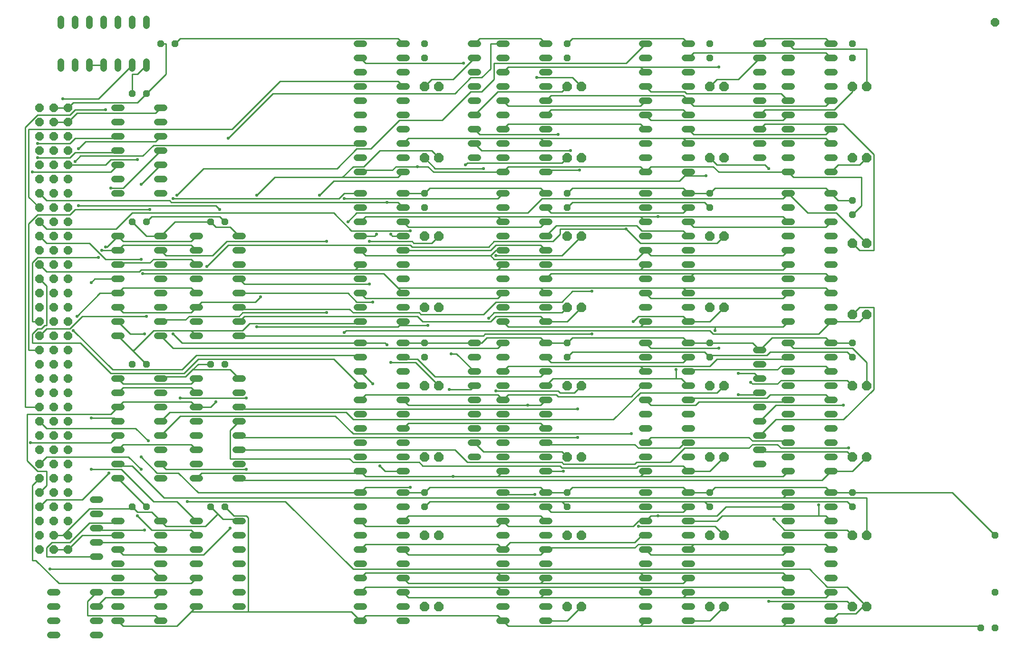
<source format=gbr>
G04 EAGLE Gerber RS-274X export*
G75*
%MOMM*%
%FSLAX34Y34*%
%LPD*%
%INBottom Copper*%
%IPPOS*%
%AMOC8*
5,1,8,0,0,1.08239X$1,22.5*%
G01*
%ADD10P,1.649562X8X202.500000*%
%ADD11P,1.319650X8X202.500000*%
%ADD12P,1.319650X8X112.500000*%
%ADD13C,1.219200*%
%ADD14P,1.319650X8X292.500000*%
%ADD15P,1.319650X8X22.500000*%
%ADD16P,1.649562X8X22.500000*%
%ADD17P,1.814519X8X22.500000*%
%ADD18C,0.254000*%
%ADD19C,0.558800*%


D10*
X50800Y177800D03*
X50800Y203200D03*
X50800Y228600D03*
X50800Y254000D03*
X50800Y279400D03*
X50800Y304800D03*
X50800Y330200D03*
X50800Y355600D03*
X50800Y381000D03*
X50800Y406400D03*
X50800Y431800D03*
X50800Y457200D03*
X50800Y482600D03*
X50800Y508000D03*
X50800Y533400D03*
X50800Y558800D03*
X76200Y177800D03*
X76200Y203200D03*
X76200Y228600D03*
X76200Y254000D03*
X76200Y279400D03*
X76200Y304800D03*
X76200Y330200D03*
X76200Y355600D03*
X76200Y381000D03*
X76200Y406400D03*
X76200Y431800D03*
X76200Y457200D03*
X76200Y482600D03*
X76200Y508000D03*
X76200Y533400D03*
X76200Y558800D03*
X101600Y177800D03*
X101600Y203200D03*
X101600Y228600D03*
X101600Y254000D03*
X101600Y279400D03*
X101600Y304800D03*
X101600Y330200D03*
X101600Y355600D03*
X101600Y381000D03*
X101600Y406400D03*
X101600Y431800D03*
X101600Y457200D03*
X101600Y482600D03*
X101600Y508000D03*
X101600Y533400D03*
X101600Y558800D03*
X50800Y584200D03*
X50800Y609600D03*
X50800Y635000D03*
X50800Y660400D03*
X50800Y685800D03*
X50800Y711200D03*
X50800Y736600D03*
X50800Y762000D03*
X50800Y787400D03*
X50800Y812800D03*
X50800Y838200D03*
X50800Y863600D03*
X50800Y889000D03*
X50800Y914400D03*
X50800Y939800D03*
X50800Y965200D03*
X76200Y584200D03*
X76200Y609600D03*
X76200Y635000D03*
X76200Y660400D03*
X76200Y685800D03*
X76200Y711200D03*
X76200Y736600D03*
X76200Y762000D03*
X76200Y787400D03*
X76200Y812800D03*
X76200Y838200D03*
X76200Y863600D03*
X76200Y889000D03*
X76200Y914400D03*
X76200Y939800D03*
X76200Y965200D03*
X101600Y584200D03*
X101600Y609600D03*
X101600Y635000D03*
X101600Y660400D03*
X101600Y685800D03*
X101600Y711200D03*
X101600Y736600D03*
X101600Y762000D03*
X101600Y787400D03*
X101600Y812800D03*
X101600Y838200D03*
X101600Y863600D03*
X101600Y889000D03*
X101600Y914400D03*
X101600Y939800D03*
X101600Y965200D03*
D11*
X1752600Y38100D03*
X1727200Y38100D03*
D12*
X1752600Y101600D03*
X1752600Y203200D03*
D13*
X196596Y965200D02*
X184404Y965200D01*
X184404Y939800D02*
X196596Y939800D01*
X196596Y812800D02*
X184404Y812800D01*
X260604Y812800D02*
X272796Y812800D01*
X196596Y914400D02*
X184404Y914400D01*
X184404Y889000D02*
X196596Y889000D01*
X196596Y838200D02*
X184404Y838200D01*
X184404Y863600D02*
X196596Y863600D01*
X260604Y838200D02*
X272796Y838200D01*
X272796Y863600D02*
X260604Y863600D01*
X260604Y889000D02*
X272796Y889000D01*
X272796Y914400D02*
X260604Y914400D01*
X260604Y939800D02*
X272796Y939800D01*
X272796Y965200D02*
X260604Y965200D01*
X196596Y736600D02*
X184404Y736600D01*
X184404Y711200D02*
X196596Y711200D01*
X196596Y584200D02*
X184404Y584200D01*
X184404Y558800D02*
X196596Y558800D01*
X196596Y685800D02*
X184404Y685800D01*
X184404Y660400D02*
X196596Y660400D01*
X196596Y609600D02*
X184404Y609600D01*
X184404Y635000D02*
X196596Y635000D01*
X260604Y558800D02*
X272796Y558800D01*
X272796Y584200D02*
X260604Y584200D01*
X260604Y609600D02*
X272796Y609600D01*
X272796Y635000D02*
X260604Y635000D01*
X260604Y660400D02*
X272796Y660400D01*
X272796Y685800D02*
X260604Y685800D01*
X260604Y711200D02*
X272796Y711200D01*
X272796Y736600D02*
X260604Y736600D01*
X196596Y482600D02*
X184404Y482600D01*
X184404Y457200D02*
X196596Y457200D01*
X196596Y330200D02*
X184404Y330200D01*
X184404Y304800D02*
X196596Y304800D01*
X196596Y431800D02*
X184404Y431800D01*
X184404Y406400D02*
X196596Y406400D01*
X196596Y355600D02*
X184404Y355600D01*
X184404Y381000D02*
X196596Y381000D01*
X260604Y304800D02*
X272796Y304800D01*
X272796Y330200D02*
X260604Y330200D01*
X260604Y355600D02*
X272796Y355600D01*
X272796Y381000D02*
X260604Y381000D01*
X260604Y406400D02*
X272796Y406400D01*
X272796Y431800D02*
X260604Y431800D01*
X260604Y457200D02*
X272796Y457200D01*
X272796Y482600D02*
X260604Y482600D01*
D14*
X736600Y1079500D03*
X736600Y1054100D03*
X736600Y812800D03*
X736600Y787400D03*
X736600Y546100D03*
X736600Y520700D03*
X736600Y279400D03*
X736600Y254000D03*
X990600Y1079500D03*
X990600Y1054100D03*
X990600Y812800D03*
X990600Y787400D03*
X990600Y546100D03*
X990600Y520700D03*
X990600Y279400D03*
X990600Y254000D03*
X1244600Y1079500D03*
X1244600Y1054100D03*
X1244600Y812800D03*
X1244600Y787400D03*
X1244600Y546100D03*
X1244600Y520700D03*
X1244600Y279400D03*
X1244600Y254000D03*
X1498600Y1079500D03*
X1498600Y1054100D03*
X1498600Y800100D03*
X1498600Y774700D03*
X1498600Y546100D03*
X1498600Y520700D03*
X1498600Y279400D03*
X1498600Y254000D03*
D15*
X215900Y990600D03*
X241300Y990600D03*
X215900Y762000D03*
X241300Y762000D03*
X215900Y508000D03*
X241300Y508000D03*
X215900Y254000D03*
X241300Y254000D03*
D13*
X196596Y228600D02*
X184404Y228600D01*
X184404Y203200D02*
X196596Y203200D01*
X196596Y76200D02*
X184404Y76200D01*
X184404Y50800D02*
X196596Y50800D01*
X196596Y177800D02*
X184404Y177800D01*
X184404Y152400D02*
X196596Y152400D01*
X196596Y101600D02*
X184404Y101600D01*
X184404Y127000D02*
X196596Y127000D01*
X260604Y50800D02*
X272796Y50800D01*
X272796Y76200D02*
X260604Y76200D01*
X260604Y101600D02*
X272796Y101600D01*
X272796Y127000D02*
X260604Y127000D01*
X260604Y152400D02*
X272796Y152400D01*
X272796Y177800D02*
X260604Y177800D01*
X260604Y203200D02*
X272796Y203200D01*
X272796Y228600D02*
X260604Y228600D01*
X241300Y1111504D02*
X241300Y1123696D01*
X215900Y1123696D02*
X215900Y1111504D01*
X88900Y1111504D02*
X88900Y1123696D01*
X88900Y1047496D02*
X88900Y1035304D01*
X190500Y1111504D02*
X190500Y1123696D01*
X165100Y1123696D02*
X165100Y1111504D01*
X114300Y1111504D02*
X114300Y1123696D01*
X139700Y1123696D02*
X139700Y1111504D01*
X114300Y1047496D02*
X114300Y1035304D01*
X139700Y1035304D02*
X139700Y1047496D01*
X165100Y1047496D02*
X165100Y1035304D01*
X190500Y1035304D02*
X190500Y1047496D01*
X215900Y1047496D02*
X215900Y1035304D01*
X241300Y1035304D02*
X241300Y1047496D01*
X82296Y101600D02*
X70104Y101600D01*
X70104Y76200D02*
X82296Y76200D01*
X146304Y76200D02*
X158496Y76200D01*
X158496Y101600D02*
X146304Y101600D01*
X82296Y50800D02*
X70104Y50800D01*
X70104Y25400D02*
X82296Y25400D01*
X146304Y50800D02*
X158496Y50800D01*
X158496Y25400D02*
X146304Y25400D01*
D11*
X292100Y1079500D03*
X266700Y1079500D03*
D13*
X158496Y266700D02*
X146304Y266700D01*
X146304Y241300D02*
X158496Y241300D01*
X158496Y215900D02*
X146304Y215900D01*
X146304Y190500D02*
X158496Y190500D01*
X158496Y165100D02*
X146304Y165100D01*
D16*
X1752600Y1117600D03*
D13*
X628396Y1079500D02*
X616204Y1079500D01*
X616204Y1054100D02*
X628396Y1054100D01*
X628396Y927100D02*
X616204Y927100D01*
X616204Y901700D02*
X628396Y901700D01*
X628396Y1028700D02*
X616204Y1028700D01*
X616204Y1003300D02*
X628396Y1003300D01*
X628396Y952500D02*
X616204Y952500D01*
X616204Y977900D02*
X628396Y977900D01*
X628396Y876300D02*
X616204Y876300D01*
X616204Y850900D02*
X628396Y850900D01*
X692404Y850900D02*
X704596Y850900D01*
X704596Y876300D02*
X692404Y876300D01*
X692404Y901700D02*
X704596Y901700D01*
X704596Y927100D02*
X692404Y927100D01*
X692404Y952500D02*
X704596Y952500D01*
X704596Y977900D02*
X692404Y977900D01*
X692404Y1003300D02*
X704596Y1003300D01*
X704596Y1028700D02*
X692404Y1028700D01*
X692404Y1054100D02*
X704596Y1054100D01*
X704596Y1079500D02*
X692404Y1079500D01*
X336296Y736600D02*
X324104Y736600D01*
X324104Y711200D02*
X336296Y711200D01*
X336296Y584200D02*
X324104Y584200D01*
X324104Y558800D02*
X336296Y558800D01*
X336296Y685800D02*
X324104Y685800D01*
X324104Y660400D02*
X336296Y660400D01*
X336296Y609600D02*
X324104Y609600D01*
X324104Y635000D02*
X336296Y635000D01*
X400304Y558800D02*
X412496Y558800D01*
X412496Y584200D02*
X400304Y584200D01*
X400304Y609600D02*
X412496Y609600D01*
X412496Y635000D02*
X400304Y635000D01*
X400304Y660400D02*
X412496Y660400D01*
X412496Y685800D02*
X400304Y685800D01*
X400304Y711200D02*
X412496Y711200D01*
X412496Y736600D02*
X400304Y736600D01*
X336296Y482600D02*
X324104Y482600D01*
X324104Y457200D02*
X336296Y457200D01*
X336296Y330200D02*
X324104Y330200D01*
X324104Y304800D02*
X336296Y304800D01*
X336296Y431800D02*
X324104Y431800D01*
X324104Y406400D02*
X336296Y406400D01*
X336296Y355600D02*
X324104Y355600D01*
X324104Y381000D02*
X336296Y381000D01*
X400304Y304800D02*
X412496Y304800D01*
X412496Y330200D02*
X400304Y330200D01*
X400304Y355600D02*
X412496Y355600D01*
X412496Y381000D02*
X400304Y381000D01*
X400304Y406400D02*
X412496Y406400D01*
X412496Y431800D02*
X400304Y431800D01*
X400304Y457200D02*
X412496Y457200D01*
X412496Y482600D02*
X400304Y482600D01*
X336296Y228600D02*
X324104Y228600D01*
X324104Y203200D02*
X336296Y203200D01*
X336296Y76200D02*
X324104Y76200D01*
X400304Y76200D02*
X412496Y76200D01*
X336296Y177800D02*
X324104Y177800D01*
X324104Y152400D02*
X336296Y152400D01*
X336296Y101600D02*
X324104Y101600D01*
X324104Y127000D02*
X336296Y127000D01*
X400304Y101600D02*
X412496Y101600D01*
X412496Y127000D02*
X400304Y127000D01*
X400304Y152400D02*
X412496Y152400D01*
X412496Y177800D02*
X400304Y177800D01*
X400304Y203200D02*
X412496Y203200D01*
X412496Y228600D02*
X400304Y228600D01*
X616204Y812800D02*
X628396Y812800D01*
X628396Y787400D02*
X616204Y787400D01*
X616204Y660400D02*
X628396Y660400D01*
X628396Y635000D02*
X616204Y635000D01*
X616204Y762000D02*
X628396Y762000D01*
X628396Y736600D02*
X616204Y736600D01*
X616204Y685800D02*
X628396Y685800D01*
X628396Y711200D02*
X616204Y711200D01*
X616204Y609600D02*
X628396Y609600D01*
X628396Y584200D02*
X616204Y584200D01*
X692404Y584200D02*
X704596Y584200D01*
X704596Y609600D02*
X692404Y609600D01*
X692404Y635000D02*
X704596Y635000D01*
X704596Y660400D02*
X692404Y660400D01*
X692404Y685800D02*
X704596Y685800D01*
X704596Y711200D02*
X692404Y711200D01*
X692404Y736600D02*
X704596Y736600D01*
X704596Y762000D02*
X692404Y762000D01*
X692404Y787400D02*
X704596Y787400D01*
X704596Y812800D02*
X692404Y812800D01*
X628396Y546100D02*
X616204Y546100D01*
X616204Y520700D02*
X628396Y520700D01*
X628396Y393700D02*
X616204Y393700D01*
X616204Y368300D02*
X628396Y368300D01*
X628396Y495300D02*
X616204Y495300D01*
X616204Y469900D02*
X628396Y469900D01*
X628396Y419100D02*
X616204Y419100D01*
X616204Y444500D02*
X628396Y444500D01*
X628396Y342900D02*
X616204Y342900D01*
X616204Y317500D02*
X628396Y317500D01*
X692404Y317500D02*
X704596Y317500D01*
X704596Y342900D02*
X692404Y342900D01*
X692404Y368300D02*
X704596Y368300D01*
X704596Y393700D02*
X692404Y393700D01*
X692404Y419100D02*
X704596Y419100D01*
X704596Y444500D02*
X692404Y444500D01*
X692404Y469900D02*
X704596Y469900D01*
X704596Y495300D02*
X692404Y495300D01*
X692404Y520700D02*
X704596Y520700D01*
X704596Y546100D02*
X692404Y546100D01*
X628396Y279400D02*
X616204Y279400D01*
X616204Y254000D02*
X628396Y254000D01*
X628396Y127000D02*
X616204Y127000D01*
X616204Y101600D02*
X628396Y101600D01*
X628396Y228600D02*
X616204Y228600D01*
X616204Y203200D02*
X628396Y203200D01*
X628396Y152400D02*
X616204Y152400D01*
X616204Y177800D02*
X628396Y177800D01*
X628396Y76200D02*
X616204Y76200D01*
X616204Y50800D02*
X628396Y50800D01*
X692404Y50800D02*
X704596Y50800D01*
X704596Y76200D02*
X692404Y76200D01*
X692404Y101600D02*
X704596Y101600D01*
X704596Y127000D02*
X692404Y127000D01*
X692404Y152400D02*
X704596Y152400D01*
X704596Y177800D02*
X692404Y177800D01*
X692404Y203200D02*
X704596Y203200D01*
X704596Y228600D02*
X692404Y228600D01*
X692404Y254000D02*
X704596Y254000D01*
X704596Y279400D02*
X692404Y279400D01*
X870204Y1079500D02*
X882396Y1079500D01*
X882396Y1054100D02*
X870204Y1054100D01*
X870204Y927100D02*
X882396Y927100D01*
X882396Y901700D02*
X870204Y901700D01*
X870204Y1028700D02*
X882396Y1028700D01*
X882396Y1003300D02*
X870204Y1003300D01*
X870204Y952500D02*
X882396Y952500D01*
X882396Y977900D02*
X870204Y977900D01*
X870204Y876300D02*
X882396Y876300D01*
X882396Y850900D02*
X870204Y850900D01*
X946404Y850900D02*
X958596Y850900D01*
X958596Y876300D02*
X946404Y876300D01*
X946404Y901700D02*
X958596Y901700D01*
X958596Y927100D02*
X946404Y927100D01*
X946404Y952500D02*
X958596Y952500D01*
X958596Y977900D02*
X946404Y977900D01*
X946404Y1003300D02*
X958596Y1003300D01*
X958596Y1028700D02*
X946404Y1028700D01*
X946404Y1054100D02*
X958596Y1054100D01*
X958596Y1079500D02*
X946404Y1079500D01*
X882396Y812800D02*
X870204Y812800D01*
X870204Y787400D02*
X882396Y787400D01*
X882396Y660400D02*
X870204Y660400D01*
X870204Y635000D02*
X882396Y635000D01*
X882396Y762000D02*
X870204Y762000D01*
X870204Y736600D02*
X882396Y736600D01*
X882396Y685800D02*
X870204Y685800D01*
X870204Y711200D02*
X882396Y711200D01*
X882396Y609600D02*
X870204Y609600D01*
X870204Y584200D02*
X882396Y584200D01*
X946404Y584200D02*
X958596Y584200D01*
X958596Y609600D02*
X946404Y609600D01*
X946404Y635000D02*
X958596Y635000D01*
X958596Y660400D02*
X946404Y660400D01*
X946404Y685800D02*
X958596Y685800D01*
X958596Y711200D02*
X946404Y711200D01*
X946404Y736600D02*
X958596Y736600D01*
X958596Y762000D02*
X946404Y762000D01*
X946404Y787400D02*
X958596Y787400D01*
X958596Y812800D02*
X946404Y812800D01*
X882396Y546100D02*
X870204Y546100D01*
X870204Y520700D02*
X882396Y520700D01*
X882396Y393700D02*
X870204Y393700D01*
X870204Y368300D02*
X882396Y368300D01*
X882396Y495300D02*
X870204Y495300D01*
X870204Y469900D02*
X882396Y469900D01*
X882396Y419100D02*
X870204Y419100D01*
X870204Y444500D02*
X882396Y444500D01*
X882396Y342900D02*
X870204Y342900D01*
X870204Y317500D02*
X882396Y317500D01*
X946404Y317500D02*
X958596Y317500D01*
X958596Y342900D02*
X946404Y342900D01*
X946404Y368300D02*
X958596Y368300D01*
X958596Y393700D02*
X946404Y393700D01*
X946404Y419100D02*
X958596Y419100D01*
X958596Y444500D02*
X946404Y444500D01*
X946404Y469900D02*
X958596Y469900D01*
X958596Y495300D02*
X946404Y495300D01*
X946404Y520700D02*
X958596Y520700D01*
X958596Y546100D02*
X946404Y546100D01*
X882396Y279400D02*
X870204Y279400D01*
X870204Y254000D02*
X882396Y254000D01*
X882396Y127000D02*
X870204Y127000D01*
X870204Y101600D02*
X882396Y101600D01*
X882396Y228600D02*
X870204Y228600D01*
X870204Y203200D02*
X882396Y203200D01*
X882396Y152400D02*
X870204Y152400D01*
X870204Y177800D02*
X882396Y177800D01*
X882396Y76200D02*
X870204Y76200D01*
X870204Y50800D02*
X882396Y50800D01*
X946404Y50800D02*
X958596Y50800D01*
X958596Y76200D02*
X946404Y76200D01*
X946404Y101600D02*
X958596Y101600D01*
X958596Y127000D02*
X946404Y127000D01*
X946404Y152400D02*
X958596Y152400D01*
X958596Y177800D02*
X946404Y177800D01*
X946404Y203200D02*
X958596Y203200D01*
X958596Y228600D02*
X946404Y228600D01*
X946404Y254000D02*
X958596Y254000D01*
X958596Y279400D02*
X946404Y279400D01*
X1124204Y1079500D02*
X1136396Y1079500D01*
X1136396Y1054100D02*
X1124204Y1054100D01*
X1124204Y927100D02*
X1136396Y927100D01*
X1136396Y901700D02*
X1124204Y901700D01*
X1124204Y1028700D02*
X1136396Y1028700D01*
X1136396Y1003300D02*
X1124204Y1003300D01*
X1124204Y952500D02*
X1136396Y952500D01*
X1136396Y977900D02*
X1124204Y977900D01*
X1124204Y876300D02*
X1136396Y876300D01*
X1136396Y850900D02*
X1124204Y850900D01*
X1200404Y850900D02*
X1212596Y850900D01*
X1212596Y876300D02*
X1200404Y876300D01*
X1200404Y901700D02*
X1212596Y901700D01*
X1212596Y927100D02*
X1200404Y927100D01*
X1200404Y952500D02*
X1212596Y952500D01*
X1212596Y977900D02*
X1200404Y977900D01*
X1200404Y1003300D02*
X1212596Y1003300D01*
X1212596Y1028700D02*
X1200404Y1028700D01*
X1200404Y1054100D02*
X1212596Y1054100D01*
X1212596Y1079500D02*
X1200404Y1079500D01*
X1136396Y812800D02*
X1124204Y812800D01*
X1124204Y787400D02*
X1136396Y787400D01*
X1136396Y660400D02*
X1124204Y660400D01*
X1124204Y635000D02*
X1136396Y635000D01*
X1136396Y762000D02*
X1124204Y762000D01*
X1124204Y736600D02*
X1136396Y736600D01*
X1136396Y685800D02*
X1124204Y685800D01*
X1124204Y711200D02*
X1136396Y711200D01*
X1136396Y609600D02*
X1124204Y609600D01*
X1124204Y584200D02*
X1136396Y584200D01*
X1200404Y584200D02*
X1212596Y584200D01*
X1212596Y609600D02*
X1200404Y609600D01*
X1200404Y635000D02*
X1212596Y635000D01*
X1212596Y660400D02*
X1200404Y660400D01*
X1200404Y685800D02*
X1212596Y685800D01*
X1212596Y711200D02*
X1200404Y711200D01*
X1200404Y736600D02*
X1212596Y736600D01*
X1212596Y762000D02*
X1200404Y762000D01*
X1200404Y787400D02*
X1212596Y787400D01*
X1212596Y812800D02*
X1200404Y812800D01*
X1136396Y546100D02*
X1124204Y546100D01*
X1124204Y520700D02*
X1136396Y520700D01*
X1136396Y393700D02*
X1124204Y393700D01*
X1124204Y368300D02*
X1136396Y368300D01*
X1136396Y495300D02*
X1124204Y495300D01*
X1124204Y469900D02*
X1136396Y469900D01*
X1136396Y419100D02*
X1124204Y419100D01*
X1124204Y444500D02*
X1136396Y444500D01*
X1136396Y342900D02*
X1124204Y342900D01*
X1124204Y317500D02*
X1136396Y317500D01*
X1200404Y317500D02*
X1212596Y317500D01*
X1212596Y342900D02*
X1200404Y342900D01*
X1200404Y368300D02*
X1212596Y368300D01*
X1212596Y393700D02*
X1200404Y393700D01*
X1200404Y419100D02*
X1212596Y419100D01*
X1212596Y444500D02*
X1200404Y444500D01*
X1200404Y469900D02*
X1212596Y469900D01*
X1212596Y495300D02*
X1200404Y495300D01*
X1200404Y520700D02*
X1212596Y520700D01*
X1212596Y546100D02*
X1200404Y546100D01*
X1136396Y279400D02*
X1124204Y279400D01*
X1124204Y254000D02*
X1136396Y254000D01*
X1136396Y127000D02*
X1124204Y127000D01*
X1124204Y101600D02*
X1136396Y101600D01*
X1136396Y228600D02*
X1124204Y228600D01*
X1124204Y203200D02*
X1136396Y203200D01*
X1136396Y152400D02*
X1124204Y152400D01*
X1124204Y177800D02*
X1136396Y177800D01*
X1136396Y76200D02*
X1124204Y76200D01*
X1124204Y50800D02*
X1136396Y50800D01*
X1200404Y50800D02*
X1212596Y50800D01*
X1212596Y76200D02*
X1200404Y76200D01*
X1200404Y101600D02*
X1212596Y101600D01*
X1212596Y127000D02*
X1200404Y127000D01*
X1200404Y152400D02*
X1212596Y152400D01*
X1212596Y177800D02*
X1200404Y177800D01*
X1200404Y203200D02*
X1212596Y203200D01*
X1212596Y228600D02*
X1200404Y228600D01*
X1200404Y254000D02*
X1212596Y254000D01*
X1212596Y279400D02*
X1200404Y279400D01*
X1378204Y1079500D02*
X1390396Y1079500D01*
X1390396Y1054100D02*
X1378204Y1054100D01*
X1378204Y927100D02*
X1390396Y927100D01*
X1390396Y901700D02*
X1378204Y901700D01*
X1378204Y1028700D02*
X1390396Y1028700D01*
X1390396Y1003300D02*
X1378204Y1003300D01*
X1378204Y952500D02*
X1390396Y952500D01*
X1390396Y977900D02*
X1378204Y977900D01*
X1378204Y876300D02*
X1390396Y876300D01*
X1390396Y850900D02*
X1378204Y850900D01*
X1454404Y850900D02*
X1466596Y850900D01*
X1466596Y876300D02*
X1454404Y876300D01*
X1454404Y901700D02*
X1466596Y901700D01*
X1466596Y927100D02*
X1454404Y927100D01*
X1454404Y952500D02*
X1466596Y952500D01*
X1466596Y977900D02*
X1454404Y977900D01*
X1454404Y1003300D02*
X1466596Y1003300D01*
X1466596Y1028700D02*
X1454404Y1028700D01*
X1454404Y1054100D02*
X1466596Y1054100D01*
X1466596Y1079500D02*
X1454404Y1079500D01*
X1390396Y812800D02*
X1378204Y812800D01*
X1378204Y787400D02*
X1390396Y787400D01*
X1390396Y660400D02*
X1378204Y660400D01*
X1378204Y635000D02*
X1390396Y635000D01*
X1390396Y762000D02*
X1378204Y762000D01*
X1378204Y736600D02*
X1390396Y736600D01*
X1390396Y685800D02*
X1378204Y685800D01*
X1378204Y711200D02*
X1390396Y711200D01*
X1390396Y609600D02*
X1378204Y609600D01*
X1378204Y584200D02*
X1390396Y584200D01*
X1454404Y584200D02*
X1466596Y584200D01*
X1466596Y609600D02*
X1454404Y609600D01*
X1454404Y635000D02*
X1466596Y635000D01*
X1466596Y660400D02*
X1454404Y660400D01*
X1454404Y685800D02*
X1466596Y685800D01*
X1466596Y711200D02*
X1454404Y711200D01*
X1454404Y736600D02*
X1466596Y736600D01*
X1466596Y762000D02*
X1454404Y762000D01*
X1454404Y787400D02*
X1466596Y787400D01*
X1466596Y812800D02*
X1454404Y812800D01*
X1390396Y546100D02*
X1378204Y546100D01*
X1378204Y520700D02*
X1390396Y520700D01*
X1390396Y393700D02*
X1378204Y393700D01*
X1378204Y368300D02*
X1390396Y368300D01*
X1390396Y495300D02*
X1378204Y495300D01*
X1378204Y469900D02*
X1390396Y469900D01*
X1390396Y419100D02*
X1378204Y419100D01*
X1378204Y444500D02*
X1390396Y444500D01*
X1390396Y342900D02*
X1378204Y342900D01*
X1378204Y317500D02*
X1390396Y317500D01*
X1454404Y317500D02*
X1466596Y317500D01*
X1466596Y342900D02*
X1454404Y342900D01*
X1454404Y368300D02*
X1466596Y368300D01*
X1466596Y393700D02*
X1454404Y393700D01*
X1454404Y419100D02*
X1466596Y419100D01*
X1466596Y444500D02*
X1454404Y444500D01*
X1454404Y469900D02*
X1466596Y469900D01*
X1466596Y495300D02*
X1454404Y495300D01*
X1454404Y520700D02*
X1466596Y520700D01*
X1466596Y546100D02*
X1454404Y546100D01*
X1390396Y279400D02*
X1378204Y279400D01*
X1378204Y254000D02*
X1390396Y254000D01*
X1390396Y127000D02*
X1378204Y127000D01*
X1378204Y101600D02*
X1390396Y101600D01*
X1390396Y228600D02*
X1378204Y228600D01*
X1378204Y203200D02*
X1390396Y203200D01*
X1390396Y152400D02*
X1378204Y152400D01*
X1378204Y177800D02*
X1390396Y177800D01*
X1390396Y76200D02*
X1378204Y76200D01*
X1378204Y50800D02*
X1390396Y50800D01*
X1454404Y50800D02*
X1466596Y50800D01*
X1466596Y76200D02*
X1454404Y76200D01*
X1454404Y101600D02*
X1466596Y101600D01*
X1466596Y127000D02*
X1454404Y127000D01*
X1454404Y152400D02*
X1466596Y152400D01*
X1466596Y177800D02*
X1454404Y177800D01*
X1454404Y203200D02*
X1466596Y203200D01*
X1466596Y228600D02*
X1454404Y228600D01*
X1454404Y254000D02*
X1466596Y254000D01*
X1466596Y279400D02*
X1454404Y279400D01*
X831596Y1079500D02*
X819404Y1079500D01*
X819404Y1054100D02*
X831596Y1054100D01*
X831596Y1028700D02*
X819404Y1028700D01*
X819404Y1003300D02*
X831596Y1003300D01*
X831596Y977900D02*
X819404Y977900D01*
X819404Y952500D02*
X831596Y952500D01*
X831596Y927100D02*
X819404Y927100D01*
X819404Y901700D02*
X831596Y901700D01*
X831596Y876300D02*
X819404Y876300D01*
X1327404Y1079500D02*
X1339596Y1079500D01*
X1339596Y1054100D02*
X1327404Y1054100D01*
X1327404Y1028700D02*
X1339596Y1028700D01*
X1339596Y1003300D02*
X1327404Y1003300D01*
X1327404Y977900D02*
X1339596Y977900D01*
X1339596Y952500D02*
X1327404Y952500D01*
X1327404Y927100D02*
X1339596Y927100D01*
X1339596Y901700D02*
X1327404Y901700D01*
X1327404Y876300D02*
X1339596Y876300D01*
D17*
X736600Y1003300D03*
X762000Y1003300D03*
X736600Y736600D03*
X762000Y736600D03*
X736600Y469900D03*
X762000Y469900D03*
X736600Y203200D03*
X762000Y203200D03*
X990600Y1003300D03*
X1016000Y1003300D03*
X990600Y736600D03*
X1016000Y736600D03*
X990600Y469900D03*
X1016000Y469900D03*
X990600Y203200D03*
X1016000Y203200D03*
D13*
X831596Y546100D02*
X819404Y546100D01*
X819404Y520700D02*
X831596Y520700D01*
X831596Y495300D02*
X819404Y495300D01*
X819404Y469900D02*
X831596Y469900D01*
X831596Y444500D02*
X819404Y444500D01*
X819404Y419100D02*
X831596Y419100D01*
X831596Y393700D02*
X819404Y393700D01*
X819404Y368300D02*
X831596Y368300D01*
X831596Y342900D02*
X819404Y342900D01*
X1327404Y533400D02*
X1339596Y533400D01*
X1339596Y508000D02*
X1327404Y508000D01*
X1327404Y482600D02*
X1339596Y482600D01*
X1339596Y457200D02*
X1327404Y457200D01*
X1327404Y431800D02*
X1339596Y431800D01*
X1339596Y406400D02*
X1327404Y406400D01*
X1327404Y381000D02*
X1339596Y381000D01*
X1339596Y355600D02*
X1327404Y355600D01*
X1327404Y330200D02*
X1339596Y330200D01*
D17*
X1244600Y1003300D03*
X1270000Y1003300D03*
X1244600Y736600D03*
X1270000Y736600D03*
X1244600Y469900D03*
X1270000Y469900D03*
X1244600Y203200D03*
X1270000Y203200D03*
X1498600Y1003300D03*
X1524000Y1003300D03*
X1498600Y723900D03*
X1524000Y723900D03*
X1498600Y469900D03*
X1524000Y469900D03*
X1498600Y203200D03*
X1524000Y203200D03*
X990600Y76200D03*
X1016000Y76200D03*
X990600Y342900D03*
X1016000Y342900D03*
X990600Y609600D03*
X1016000Y609600D03*
X990600Y876300D03*
X1016000Y876300D03*
X736600Y76200D03*
X762000Y76200D03*
X736600Y342900D03*
X762000Y342900D03*
X736600Y609600D03*
X762000Y609600D03*
X736600Y876300D03*
X762000Y876300D03*
X1498600Y76200D03*
X1524000Y76200D03*
X1498600Y342900D03*
X1524000Y342900D03*
X1498600Y596900D03*
X1524000Y596900D03*
X1498600Y876300D03*
X1524000Y876300D03*
X1244600Y76200D03*
X1270000Y76200D03*
X1244600Y342900D03*
X1270000Y342900D03*
X1244600Y609600D03*
X1270000Y609600D03*
X1244600Y876300D03*
X1270000Y876300D03*
D15*
X355600Y762000D03*
X381000Y762000D03*
X355600Y508000D03*
X381000Y508000D03*
X355600Y254000D03*
X381000Y254000D03*
D18*
X622300Y850900D02*
X625475Y854075D01*
X679450Y854075D01*
X685800Y860425D01*
X723900Y860425D02*
X742950Y860425D01*
X723900Y860425D02*
X685800Y860425D01*
X742950Y860425D02*
X752475Y850900D01*
X876300Y850900D01*
X1120775Y860425D02*
X1130300Y850900D01*
X1120775Y860425D02*
X885825Y860425D01*
X876300Y850900D01*
X990600Y787400D02*
X1000125Y796925D01*
X1235075Y796925D01*
X1244600Y787400D01*
X885825Y574675D02*
X876300Y584200D01*
X885825Y574675D02*
X1120775Y574675D01*
X1130300Y584200D01*
X1374775Y574675D02*
X1384300Y584200D01*
X1254125Y574675D02*
X1120775Y574675D01*
X1254125Y574675D02*
X1374775Y574675D01*
X1498600Y774700D02*
X1514475Y790575D01*
X1514475Y841375D01*
X1393825Y841375D01*
X1384300Y850900D01*
X1000125Y530225D02*
X990600Y520700D01*
X1000125Y530225D02*
X1235075Y530225D01*
X1241425Y523875D01*
X1489075Y530225D02*
X1498600Y520700D01*
X1489075Y530225D02*
X1352550Y530225D01*
X1346200Y523875D01*
X1241425Y523875D01*
X1244600Y520700D01*
X1254125Y568325D02*
X1254125Y574675D01*
X1130300Y850900D02*
X1139825Y860425D01*
X1250950Y860425D01*
X1260475Y850900D01*
X1384300Y850900D01*
X250825Y771525D02*
X241300Y762000D01*
X250825Y771525D02*
X371475Y771525D01*
X381000Y762000D01*
X241300Y990600D02*
X276225Y1025525D01*
X276225Y1079500D01*
X266700Y1079500D01*
X101600Y965200D02*
X76200Y965200D01*
X225425Y974725D02*
X241300Y990600D01*
X225425Y974725D02*
X111125Y974725D01*
X101600Y965200D01*
X631825Y60325D02*
X622300Y50800D01*
X631825Y60325D02*
X866775Y60325D01*
X876300Y50800D01*
X1120775Y41275D02*
X1130300Y50800D01*
X1120775Y41275D02*
X885825Y41275D01*
X876300Y50800D01*
X1374775Y41275D02*
X1384300Y50800D01*
X1374775Y41275D02*
X1120775Y41275D01*
X1724025Y41275D02*
X1727200Y38100D01*
X1724025Y41275D02*
X1374775Y41275D01*
X746125Y263525D02*
X736600Y254000D01*
X746125Y263525D02*
X981075Y263525D01*
X990600Y254000D01*
X1235075Y263525D02*
X1244600Y254000D01*
X1235075Y263525D02*
X981075Y263525D01*
X1489075Y263525D02*
X1498600Y254000D01*
X1489075Y263525D02*
X1235075Y263525D01*
X631825Y307975D02*
X622300Y317500D01*
X787400Y307975D02*
X866775Y307975D01*
X787400Y307975D02*
X631825Y307975D01*
X866775Y307975D02*
X876300Y317500D01*
X1120775Y307975D02*
X1130300Y317500D01*
X1120775Y307975D02*
X866775Y307975D01*
X1374775Y307975D02*
X1384300Y317500D01*
X1374775Y307975D02*
X1120775Y307975D01*
X241300Y254000D02*
X190500Y304800D01*
X101600Y177800D02*
X76200Y177800D01*
X295275Y41275D02*
X320675Y66675D01*
X330200Y76200D01*
X295275Y41275D02*
X200025Y41275D01*
X190500Y50800D01*
X101600Y177800D02*
X127000Y203200D01*
X190500Y203200D01*
X241300Y508000D02*
X215900Y533400D01*
X190500Y558800D01*
X320675Y568325D02*
X330200Y558800D01*
X320675Y568325D02*
X254000Y568325D01*
X219075Y533400D01*
X215900Y533400D01*
X619125Y581025D02*
X622300Y584200D01*
X619125Y581025D02*
X425450Y581025D01*
X412750Y568325D01*
X320675Y568325D01*
X619125Y314325D02*
X622300Y317500D01*
X619125Y314325D02*
X339725Y314325D01*
X330200Y304800D01*
X606425Y66675D02*
X622300Y50800D01*
X422275Y66675D02*
X320675Y66675D01*
X422275Y66675D02*
X606425Y66675D01*
X396875Y238125D02*
X381000Y254000D01*
X396875Y238125D02*
X419100Y238125D01*
X422275Y234950D01*
X422275Y66675D01*
D19*
X723900Y860425D03*
X1254125Y568325D03*
X787400Y307975D03*
D18*
X266700Y228600D02*
X250825Y244475D01*
X225425Y244475D01*
X215900Y254000D01*
X403225Y231775D02*
X406400Y228600D01*
X403225Y231775D02*
X377825Y231775D01*
X368300Y241300D02*
X355600Y254000D01*
X368300Y241300D02*
X377825Y231775D01*
X276225Y219075D02*
X266700Y228600D01*
X276225Y219075D02*
X346075Y219075D01*
X368300Y241300D01*
X215900Y254000D02*
X212725Y250825D01*
X139700Y250825D01*
X92075Y203200D01*
X76200Y203200D01*
X215900Y990600D02*
X215900Y1025525D01*
X225425Y1025525D01*
X241300Y1041400D01*
X101600Y939800D02*
X76200Y939800D01*
X101600Y939800D02*
X117475Y955675D01*
X257175Y955675D01*
X266700Y965200D01*
X269875Y485775D02*
X266700Y482600D01*
X269875Y485775D02*
X311150Y485775D01*
X323850Y498475D02*
X333375Y508000D01*
X323850Y498475D02*
X311150Y485775D01*
X333375Y508000D02*
X355600Y508000D01*
X390525Y498475D02*
X406400Y482600D01*
X390525Y498475D02*
X323850Y498475D01*
X266700Y736600D02*
X292100Y762000D01*
X355600Y762000D01*
X390525Y752475D02*
X406400Y736600D01*
X390525Y752475D02*
X365125Y752475D01*
X355600Y762000D01*
X241300Y736600D02*
X215900Y762000D01*
X241300Y736600D02*
X266700Y736600D01*
X1460500Y279400D02*
X1498600Y279400D01*
X1676400Y279400D02*
X1752600Y203200D01*
X1676400Y279400D02*
X1498600Y279400D01*
X1244600Y279400D02*
X1206500Y279400D01*
X736600Y279400D02*
X698500Y279400D01*
X952500Y279400D02*
X990600Y279400D01*
X746125Y288925D02*
X736600Y279400D01*
X746125Y288925D02*
X942975Y288925D01*
X952500Y279400D01*
X1196975Y288925D02*
X1206500Y279400D01*
X1196975Y288925D02*
X1000125Y288925D01*
X990600Y279400D01*
X1450975Y288925D02*
X1460500Y279400D01*
X1450975Y288925D02*
X1254125Y288925D01*
X1244600Y279400D01*
X990600Y546100D02*
X952500Y546100D01*
X736600Y546100D02*
X698500Y546100D01*
X736600Y546100D02*
X825500Y546100D01*
X942975Y555625D02*
X952500Y546100D01*
X942975Y555625D02*
X847725Y555625D01*
X838200Y546100D01*
X825500Y546100D01*
X1460500Y546100D02*
X1498600Y546100D01*
X1244600Y546100D02*
X1206500Y546100D01*
X1320800Y546100D02*
X1333500Y533400D01*
X1320800Y546100D02*
X1244600Y546100D01*
X1450975Y555625D02*
X1460500Y546100D01*
X1450975Y555625D02*
X1355725Y555625D01*
X1333500Y533400D01*
X1000125Y555625D02*
X990600Y546100D01*
X1000125Y555625D02*
X1196975Y555625D01*
X1206500Y546100D01*
X952500Y1079500D02*
X942975Y1089025D01*
X835025Y1089025D01*
X825500Y1079500D01*
X1450975Y1089025D02*
X1460500Y1079500D01*
X1450975Y1089025D02*
X1343025Y1089025D01*
X1333500Y1079500D01*
X1000125Y1089025D02*
X990600Y1079500D01*
X1000125Y1089025D02*
X1196975Y1089025D01*
X1206500Y1079500D01*
X1460500Y812800D02*
X1473200Y800100D01*
X1498600Y800100D01*
X1244600Y812800D02*
X1206500Y812800D01*
X736600Y812800D02*
X698500Y812800D01*
X736600Y812800D02*
X746125Y822325D01*
X942975Y822325D01*
X952500Y812800D01*
X1196975Y822325D02*
X1206500Y812800D01*
X1196975Y822325D02*
X1000125Y822325D01*
X990600Y812800D01*
X1450975Y822325D02*
X1460500Y812800D01*
X1450975Y822325D02*
X1254125Y822325D01*
X1244600Y812800D01*
X301625Y1089025D02*
X292100Y1079500D01*
X301625Y1089025D02*
X688975Y1089025D01*
X698500Y1079500D01*
X631825Y771525D02*
X622300Y762000D01*
X631825Y771525D02*
X866775Y771525D01*
X876300Y762000D01*
X1120775Y771525D02*
X1130300Y762000D01*
X1120775Y771525D02*
X866775Y771525D01*
X1374775Y771525D02*
X1384300Y762000D01*
X1152525Y771525D02*
X1120775Y771525D01*
X1152525Y771525D02*
X1374775Y771525D01*
X885825Y504825D02*
X876300Y495300D01*
X885825Y504825D02*
X1120775Y504825D01*
X1130300Y495300D01*
X1381125Y517525D02*
X1384300Y520700D01*
X1381125Y517525D02*
X1257300Y517525D01*
X1244600Y504825D01*
X1120775Y504825D01*
X631825Y1044575D02*
X622300Y1054100D01*
X631825Y1044575D02*
X806450Y1044575D01*
X1120775Y1038225D02*
X1130300Y1028700D01*
X1120775Y1038225D02*
X885825Y1038225D01*
X876300Y1028700D01*
X1120775Y1038225D02*
X1260475Y1038225D01*
X180975Y498475D02*
X111125Y568325D01*
X180975Y498475D02*
X304800Y498475D01*
X330200Y523875D01*
X619125Y523875D01*
X622300Y520700D01*
X622300Y228600D02*
X631825Y219075D01*
X866775Y219075D01*
X876300Y228600D01*
X1130300Y228600D02*
X1139825Y238125D01*
X1152525Y238125D02*
X1257300Y238125D01*
X1152525Y238125D02*
X1139825Y238125D01*
X1257300Y238125D02*
X1273175Y254000D01*
X1384300Y254000D01*
X885825Y219075D02*
X876300Y228600D01*
X885825Y219075D02*
X1108075Y219075D01*
X1117600Y228600D01*
X1130300Y228600D01*
X644525Y473075D02*
X622300Y495300D01*
D19*
X806450Y1044575D03*
X1260475Y1038225D03*
X1152525Y771525D03*
X111125Y568325D03*
X644525Y473075D03*
X1152525Y238125D03*
D18*
X631825Y701675D02*
X622300Y711200D01*
X631825Y701675D02*
X854075Y701675D01*
X863600Y711200D01*
X876300Y711200D01*
X650875Y739775D02*
X647700Y736600D01*
X622300Y736600D01*
X1120775Y968375D02*
X1130300Y977900D01*
X1120775Y968375D02*
X885825Y968375D01*
X876300Y977900D01*
X1371600Y990600D02*
X1384300Y977900D01*
X1371600Y990600D02*
X1203325Y990600D01*
X1200150Y993775D01*
X1139825Y993775D01*
X1130300Y1003300D01*
X63500Y647700D02*
X50800Y660400D01*
X63500Y647700D02*
X63500Y577850D01*
X60325Y577850D01*
X53975Y571500D01*
X47625Y571500D01*
X38100Y561975D01*
X38100Y546100D01*
X123825Y546100D01*
X177800Y492125D01*
X307975Y492125D01*
X333375Y517525D01*
X574675Y517525D01*
X622300Y469900D01*
X866775Y454025D02*
X876300Y444500D01*
X866775Y454025D02*
X631825Y454025D01*
X622300Y444500D01*
X1381125Y441325D02*
X1384300Y444500D01*
X1381125Y441325D02*
X1225550Y441325D01*
X1219200Y434975D01*
X1139825Y434975D01*
X1130300Y444500D01*
X1374775Y701675D02*
X1384300Y711200D01*
X1374775Y701675D02*
X1139825Y701675D01*
X1130300Y711200D01*
X631825Y187325D02*
X622300Y177800D01*
X631825Y187325D02*
X866775Y187325D01*
X876300Y177800D01*
X1130300Y177800D02*
X1139825Y168275D01*
X1374775Y168275D01*
X1384300Y177800D01*
X889000Y190500D02*
X876300Y177800D01*
X889000Y190500D02*
X1111250Y190500D01*
X1123950Y203200D01*
X1130300Y203200D01*
X885825Y454025D02*
X876300Y444500D01*
X885825Y454025D02*
X971550Y454025D01*
X974725Y450850D01*
X1104900Y450850D01*
X1123950Y469900D01*
X1130300Y469900D01*
X860425Y695325D02*
X854075Y701675D01*
X860425Y695325D02*
X1114425Y695325D01*
X1130300Y711200D01*
D19*
X650875Y739775D03*
D18*
X1130300Y368300D02*
X1139825Y377825D01*
X1314450Y377825D01*
X1320800Y371475D01*
X1381125Y371475D01*
X1384300Y368300D01*
X1139825Y625475D02*
X1130300Y635000D01*
X1139825Y625475D02*
X1374775Y625475D01*
X1384300Y635000D01*
X123825Y879475D02*
X114300Y869950D01*
X123825Y879475D02*
X234950Y879475D01*
X254000Y898525D01*
X619125Y898525D01*
X622300Y901700D01*
X866775Y111125D02*
X876300Y101600D01*
X866775Y111125D02*
X631825Y111125D01*
X622300Y101600D01*
X1120775Y111125D02*
X1130300Y101600D01*
X1120775Y111125D02*
X866775Y111125D01*
X1374775Y111125D02*
X1384300Y101600D01*
X1374775Y111125D02*
X1120775Y111125D01*
X866775Y625475D02*
X876300Y635000D01*
X866775Y625475D02*
X631825Y625475D01*
X622300Y635000D01*
D19*
X114300Y869950D03*
D18*
X952500Y368300D02*
X955675Y365125D01*
X1111250Y365125D01*
X1117600Y358775D01*
X1190625Y358775D01*
X1200150Y368300D01*
X1206500Y368300D01*
X952500Y101600D02*
X942975Y92075D01*
X708025Y92075D01*
X698500Y101600D01*
X1196975Y92075D02*
X1206500Y101600D01*
X1196975Y92075D02*
X942975Y92075D01*
X1450975Y92075D02*
X1460500Y101600D01*
X1450975Y92075D02*
X1196975Y92075D01*
X63500Y723900D02*
X50800Y736600D01*
X63500Y723900D02*
X139700Y723900D01*
X168275Y695325D01*
X231775Y695325D01*
X234950Y669925D02*
X663575Y669925D01*
X688975Y644525D02*
X698500Y635000D01*
X688975Y644525D02*
X663575Y669925D01*
X942975Y644525D02*
X952500Y635000D01*
X942975Y644525D02*
X688975Y644525D01*
X1196975Y644525D02*
X1206500Y635000D01*
X1196975Y644525D02*
X942975Y644525D01*
X952500Y901700D02*
X942975Y911225D01*
X708025Y911225D01*
X698500Y901700D01*
X1196975Y911225D02*
X1206500Y901700D01*
X1196975Y911225D02*
X942975Y911225D01*
X1450975Y644525D02*
X1460500Y635000D01*
X1450975Y644525D02*
X1196975Y644525D01*
X1460500Y901700D02*
X1450975Y911225D01*
X1196975Y911225D01*
D19*
X231775Y695325D03*
X234950Y669925D03*
D18*
X63500Y749300D02*
X50800Y762000D01*
X63500Y749300D02*
X187325Y749300D01*
X215900Y777875D01*
X574675Y777875D01*
X606425Y746125D01*
X711200Y746125D01*
X942975Y403225D02*
X952500Y393700D01*
X942975Y403225D02*
X708025Y403225D01*
X698500Y393700D01*
X952500Y952500D02*
X962025Y962025D01*
X1196975Y962025D01*
X1206500Y952500D01*
X1450975Y917575D02*
X1460500Y927100D01*
X1450975Y917575D02*
X1216025Y917575D01*
X1206500Y927100D01*
X698500Y127000D02*
X708025Y117475D01*
X942975Y117475D01*
X952500Y127000D01*
X1196975Y117475D02*
X1206500Y127000D01*
X1196975Y117475D02*
X942975Y117475D01*
X1460500Y660400D02*
X1450975Y669925D01*
X1216025Y669925D01*
X1206500Y660400D01*
X962025Y669925D02*
X952500Y660400D01*
X962025Y669925D02*
X1216025Y669925D01*
D19*
X711200Y746125D03*
D18*
X698500Y177800D02*
X708025Y168275D01*
X942975Y168275D01*
X952500Y177800D01*
X1206500Y177800D02*
X1216025Y187325D01*
X1450975Y187325D01*
X1460500Y177800D01*
X955675Y180975D02*
X952500Y177800D01*
X955675Y180975D02*
X1111250Y180975D01*
X1117600Y187325D01*
X1216025Y187325D01*
X708025Y434975D02*
X698500Y444500D01*
X920750Y434975D02*
X942975Y434975D01*
X920750Y434975D02*
X708025Y434975D01*
X942975Y434975D02*
X952500Y444500D01*
X1193800Y482600D02*
X1206500Y469900D01*
X1184275Y482600D02*
X965200Y482600D01*
X1184275Y482600D02*
X1193800Y482600D01*
X965200Y482600D02*
X952500Y469900D01*
X1450975Y454025D02*
X1460500Y444500D01*
X1450975Y454025D02*
X1352550Y454025D01*
X1346200Y447675D01*
X1209675Y447675D01*
X1206500Y444500D01*
X50800Y787400D02*
X31750Y806450D01*
X31750Y927100D01*
X393700Y927100D01*
X479425Y1012825D01*
X688975Y1012825D01*
X698500Y1003300D01*
X698500Y711200D02*
X854075Y711200D01*
X863600Y720725D01*
X942975Y720725D01*
X952500Y711200D01*
X952500Y977900D02*
X962025Y987425D01*
X1196975Y987425D01*
X1206500Y977900D01*
X971550Y755650D02*
X952500Y736600D01*
X971550Y755650D02*
X1114425Y755650D01*
X1123950Y746125D01*
X1196975Y746125D01*
X1206500Y736600D01*
X1450975Y968375D02*
X1460500Y977900D01*
X1450975Y968375D02*
X1216025Y968375D01*
X1206500Y977900D01*
X679450Y736600D02*
X676275Y739775D01*
X679450Y736600D02*
X698500Y736600D01*
X1184275Y498475D02*
X1184275Y482600D01*
D19*
X920750Y434975D03*
X676275Y739775D03*
X1184275Y498475D03*
D18*
X631825Y136525D02*
X622300Y127000D01*
X631825Y136525D02*
X866775Y136525D01*
X876300Y127000D01*
X1120775Y136525D02*
X1130300Y127000D01*
X1120775Y136525D02*
X866775Y136525D01*
X1374775Y136525D02*
X1384300Y127000D01*
X1374775Y136525D02*
X1120775Y136525D01*
X876300Y927100D02*
X885825Y936625D01*
X1120775Y936625D01*
X1130300Y927100D01*
X63500Y673100D02*
X50800Y685800D01*
X63500Y673100D02*
X228600Y673100D01*
X231775Y676275D01*
X612775Y676275D01*
X622300Y685800D01*
X866775Y676275D02*
X876300Y685800D01*
X866775Y676275D02*
X612775Y676275D01*
X1120775Y676275D02*
X1130300Y685800D01*
X1120775Y676275D02*
X866775Y676275D01*
X1374775Y676275D02*
X1384300Y685800D01*
X1374775Y676275D02*
X1120775Y676275D01*
X1139825Y942975D02*
X1130300Y952500D01*
X1139825Y942975D02*
X1374775Y942975D01*
X1384300Y952500D01*
X63500Y800100D02*
X50800Y812800D01*
X63500Y800100D02*
X282575Y800100D01*
X285750Y796925D01*
X669925Y796925D02*
X688975Y796925D01*
X669925Y796925D02*
X285750Y796925D01*
X688975Y796925D02*
X698500Y787400D01*
X942975Y752475D02*
X952500Y762000D01*
X942975Y752475D02*
X708025Y752475D01*
X698500Y762000D01*
X708025Y238125D02*
X698500Y228600D01*
X708025Y238125D02*
X942975Y238125D01*
X952500Y228600D01*
X1196975Y244475D02*
X1206500Y254000D01*
X1196975Y244475D02*
X962025Y244475D01*
X952500Y254000D01*
X1450975Y238125D02*
X1460500Y228600D01*
X1438275Y238125D02*
X1266825Y238125D01*
X1438275Y238125D02*
X1450975Y238125D01*
X1266825Y238125D02*
X1257300Y228600D01*
X1206500Y228600D01*
X701675Y517525D02*
X698500Y520700D01*
X701675Y517525D02*
X723900Y517525D01*
X755650Y485775D01*
X942975Y485775D01*
X952500Y495300D01*
X1196975Y511175D02*
X1206500Y520700D01*
X1196975Y511175D02*
X962025Y511175D01*
X952500Y520700D01*
X1206500Y1054100D02*
X1216025Y1063625D01*
X1450975Y1063625D01*
X1460500Y1054100D01*
X1206500Y762000D02*
X1216025Y752475D01*
X1450975Y752475D01*
X1460500Y762000D01*
X1209675Y498475D02*
X1206500Y495300D01*
X1209675Y498475D02*
X1365250Y498475D01*
X1371600Y504825D01*
X1450975Y504825D01*
X1460500Y495300D01*
X1438275Y257175D02*
X1438275Y238125D01*
X962025Y777875D02*
X952500Y787400D01*
X962025Y777875D02*
X1196975Y777875D01*
X1206500Y787400D01*
D19*
X669925Y796925D03*
X1438275Y257175D03*
D18*
X200025Y727075D02*
X190500Y736600D01*
X200025Y727075D02*
X320675Y727075D01*
X330200Y736600D01*
X190500Y482600D02*
X200025Y473075D01*
X320675Y473075D01*
X330200Y482600D01*
X171450Y717550D02*
X190500Y736600D01*
X171450Y717550D02*
X168275Y717550D01*
D19*
X168275Y717550D03*
D18*
X190500Y711200D02*
X200025Y720725D01*
X320675Y720725D01*
X330200Y711200D01*
X200025Y466725D02*
X190500Y457200D01*
X200025Y466725D02*
X320675Y466725D01*
X330200Y457200D01*
X63500Y266700D02*
X50800Y254000D01*
X63500Y266700D02*
X127000Y266700D01*
X174625Y314325D01*
X161925Y711200D02*
X190500Y711200D01*
D19*
X174625Y314325D03*
X161925Y711200D03*
D18*
X190500Y685800D02*
X193675Y688975D01*
X247650Y688975D01*
X254000Y695325D01*
X320675Y695325D01*
X330200Y685800D01*
X200025Y441325D02*
X190500Y431800D01*
X200025Y441325D02*
X320675Y441325D01*
X330200Y431800D01*
X63500Y292100D02*
X50800Y279400D01*
X63500Y292100D02*
X63500Y317500D01*
X47625Y317500D01*
X28575Y336550D01*
X28575Y419100D01*
X177800Y419100D01*
X190500Y431800D01*
X355600Y431800D02*
X365125Y441325D01*
X355600Y431800D02*
X330200Y431800D01*
D19*
X365125Y441325D03*
D18*
X50800Y304800D02*
X38100Y292100D01*
X38100Y158750D01*
X44450Y158750D01*
X85725Y117475D01*
X320675Y117475D01*
X330200Y127000D01*
X190500Y635000D02*
X200025Y644525D01*
X320675Y644525D01*
X330200Y635000D01*
X158750Y635000D02*
X117475Y593725D01*
X158750Y635000D02*
X190500Y635000D01*
D19*
X117475Y593725D03*
D18*
X209550Y342900D02*
X231775Y320675D01*
X209550Y342900D02*
X63500Y342900D01*
X50800Y330200D01*
D19*
X231775Y320675D03*
D18*
X250825Y142875D02*
X266700Y127000D01*
X250825Y142875D02*
X69850Y142875D01*
D19*
X69850Y142875D03*
D18*
X244475Y371475D02*
X222250Y393700D01*
X63500Y393700D01*
X50800Y406400D01*
D19*
X244475Y371475D03*
D18*
X168275Y962025D02*
X114300Y962025D01*
X104775Y952500D01*
X47625Y952500D01*
X25400Y930275D01*
X25400Y431800D01*
X50800Y431800D01*
D19*
X168275Y962025D03*
D18*
X190500Y914400D02*
X187325Y911225D01*
X114300Y911225D01*
X104775Y901700D01*
X47625Y901700D01*
D19*
X47625Y901700D03*
D18*
X187325Y885825D02*
X190500Y889000D01*
X187325Y885825D02*
X114300Y885825D01*
X104775Y876300D01*
X47625Y876300D01*
D19*
X47625Y876300D03*
D18*
X177800Y850900D02*
X190500Y863600D01*
X177800Y850900D02*
X38100Y850900D01*
D19*
X38100Y850900D03*
D18*
X114300Y784225D02*
X247650Y784225D01*
X114300Y784225D02*
X104775Y774700D01*
X47625Y774700D01*
X31750Y758825D01*
X31750Y533400D01*
X50800Y533400D01*
D19*
X247650Y784225D03*
D18*
X231775Y828675D02*
X266700Y863600D01*
X241300Y593725D02*
X127000Y593725D01*
X104775Y571500D01*
X63500Y571500D01*
X50800Y558800D01*
D19*
X231775Y828675D03*
X241300Y593725D03*
D18*
X200025Y822325D02*
X266700Y889000D01*
X200025Y822325D02*
X177800Y822325D01*
X155575Y698500D02*
X47625Y698500D01*
X38100Y688975D01*
X38100Y584200D01*
X50800Y584200D01*
D19*
X177800Y822325D03*
X155575Y698500D03*
D18*
X257175Y904875D02*
X266700Y914400D01*
X257175Y904875D02*
X133350Y904875D01*
X120650Y892175D01*
D19*
X120650Y892175D03*
D18*
X365125Y790575D02*
X371475Y784225D01*
X365125Y790575D02*
X120650Y790575D01*
D19*
X371475Y784225D03*
X120650Y790575D03*
D18*
X155575Y981075D02*
X215900Y1041400D01*
X155575Y981075D02*
X92075Y981075D01*
D19*
X92075Y981075D03*
D18*
X295275Y263525D02*
X330200Y228600D01*
X295275Y263525D02*
X254000Y263525D01*
X196850Y320675D01*
X142875Y320675D01*
D19*
X142875Y320675D03*
D18*
X320675Y212725D02*
X330200Y203200D01*
X320675Y212725D02*
X250825Y212725D01*
X225425Y238125D01*
X168275Y863600D02*
X101600Y863600D01*
X168275Y863600D02*
X177800Y873125D01*
X225425Y873125D01*
D19*
X225425Y238125D03*
X225425Y873125D03*
D18*
X266700Y711200D02*
X276225Y701675D01*
X358775Y701675D01*
X384175Y727075D01*
X561975Y727075D01*
D19*
X561975Y727075D03*
D18*
X584200Y803275D02*
X288925Y803275D01*
X584200Y803275D02*
X593725Y812800D01*
X622300Y812800D01*
X749300Y723900D02*
X762000Y736600D01*
X749300Y723900D02*
X717550Y723900D01*
X714375Y727075D01*
X638175Y727075D01*
D19*
X288925Y803275D03*
X638175Y727075D03*
D18*
X304800Y546100D02*
X288925Y561975D01*
X304800Y546100D02*
X622300Y546100D01*
X720725Y511175D02*
X762000Y469900D01*
X720725Y511175D02*
X676275Y511175D01*
X669925Y542925D02*
X666750Y546100D01*
X622300Y546100D01*
D19*
X288925Y561975D03*
X676275Y511175D03*
X669925Y542925D03*
D18*
X631825Y288925D02*
X622300Y279400D01*
X631825Y288925D02*
X711200Y288925D01*
X260350Y314325D02*
X231775Y342900D01*
X260350Y314325D02*
X298450Y314325D01*
X333375Y279400D01*
X622300Y279400D01*
D19*
X711200Y288925D03*
X231775Y342900D03*
D18*
X387350Y911225D02*
X466725Y990600D01*
X790575Y990600D01*
X819150Y1019175D01*
X838200Y1019175D01*
X854075Y1035050D01*
X854075Y1079500D01*
X876300Y1079500D01*
X1000125Y1019175D02*
X1016000Y1003300D01*
X1000125Y1019175D02*
X936625Y1019175D01*
D19*
X387350Y911225D03*
X936625Y1019175D03*
D18*
X269875Y587375D02*
X266700Y584200D01*
X269875Y587375D02*
X311150Y587375D01*
X317500Y593725D01*
X406400Y593725D01*
X412750Y600075D01*
X561975Y600075D01*
X593725Y803275D02*
X866775Y803275D01*
X876300Y812800D01*
X981075Y701675D02*
X1016000Y736600D01*
X981075Y701675D02*
X863600Y701675D01*
D19*
X561975Y600075D03*
X593725Y803275D03*
X863600Y701675D03*
D18*
X288925Y536575D02*
X266700Y558800D01*
X288925Y536575D02*
X866775Y536575D01*
X876300Y546100D01*
X1003300Y457200D02*
X1016000Y469900D01*
X1003300Y457200D02*
X977900Y457200D01*
X974725Y460375D01*
X863600Y460375D01*
D19*
X863600Y460375D03*
D18*
X212725Y561975D02*
X190500Y584200D01*
X212725Y561975D02*
X238125Y561975D01*
X876300Y279400D02*
X879475Y276225D01*
X933450Y276225D01*
D19*
X238125Y561975D03*
X933450Y276225D03*
D18*
X342900Y857250D02*
X295275Y809625D01*
X342900Y857250D02*
X581025Y857250D01*
X615950Y892175D01*
X641350Y892175D01*
X692150Y942975D01*
X768350Y942975D01*
X819150Y993775D01*
X838200Y993775D01*
X860425Y1016000D01*
X860425Y1044575D01*
X1095375Y1044575D01*
X1130300Y1079500D01*
D19*
X295275Y809625D03*
D18*
X387350Y720725D02*
X349250Y682625D01*
X387350Y720725D02*
X711200Y720725D01*
X714375Y717550D01*
X850900Y717550D01*
X860425Y727075D01*
X965200Y727075D01*
X977900Y739775D01*
X977900Y749300D01*
X1095375Y749300D01*
X1120775Y723900D01*
X1257300Y723900D01*
X1270000Y736600D01*
D19*
X349250Y682625D03*
X1095375Y749300D03*
D18*
X282575Y422275D02*
X266700Y406400D01*
X282575Y422275D02*
X596900Y422275D01*
X609600Y409575D01*
X1073150Y409575D01*
X1120775Y457200D01*
X1257300Y457200D01*
X1270000Y469900D01*
X1139825Y536575D02*
X1130300Y546100D01*
X1139825Y536575D02*
X1260475Y536575D01*
D19*
X1260475Y536575D03*
D18*
X301625Y415925D02*
X266700Y381000D01*
X301625Y415925D02*
X577850Y415925D01*
X609600Y384175D01*
X1104900Y384175D01*
X1254125Y219075D02*
X1270000Y203200D01*
X1254125Y219075D02*
X1117600Y219075D01*
D19*
X1104900Y384175D03*
X1117600Y219075D03*
D18*
X419100Y447675D02*
X301625Y447675D01*
X1524000Y1003300D02*
X1524000Y1069975D01*
X1393825Y1069975D01*
X1384300Y1079500D01*
D19*
X301625Y447675D03*
X419100Y447675D03*
D18*
X276225Y320675D02*
X266700Y330200D01*
X276225Y320675D02*
X419100Y320675D01*
X600075Y762000D02*
X615950Y777875D01*
X920750Y777875D01*
X946150Y803275D01*
X1374775Y803275D01*
X1384300Y812800D01*
X1470025Y777875D02*
X1524000Y723900D01*
X1470025Y777875D02*
X1419225Y777875D01*
X1384300Y812800D01*
D19*
X419100Y320675D03*
X600075Y762000D03*
D18*
X1384300Y546100D02*
X1393825Y536575D01*
X1498600Y536575D01*
X1524000Y511175D01*
X1524000Y469900D01*
X193675Y327025D02*
X190500Y330200D01*
X193675Y327025D02*
X215900Y327025D01*
X273050Y269875D01*
X1374775Y269875D01*
X1384300Y279400D01*
X1524000Y269875D02*
X1524000Y203200D01*
X1524000Y269875D02*
X1374775Y269875D01*
X330200Y355600D02*
X320675Y365125D01*
X200025Y365125D01*
X190500Y355600D01*
X200025Y600075D02*
X190500Y609600D01*
X200025Y600075D02*
X320675Y600075D01*
X330200Y609600D01*
X434975Y619125D02*
X444500Y628650D01*
X434975Y619125D02*
X339725Y619125D01*
X330200Y609600D01*
D19*
X444500Y628650D03*
D18*
X165100Y1041400D02*
X139700Y1041400D01*
X190500Y381000D02*
X177800Y368300D01*
X34925Y368300D01*
D19*
X34925Y368300D03*
D18*
X152400Y101600D02*
X136525Y85725D01*
X136525Y60325D01*
X257175Y60325D01*
X266700Y50800D01*
X168275Y92075D02*
X152400Y76200D01*
X168275Y92075D02*
X257175Y92075D01*
X266700Y101600D01*
X155575Y212725D02*
X152400Y215900D01*
X155575Y212725D02*
X238125Y212725D01*
D19*
X238125Y212725D03*
D18*
X254000Y190500D02*
X266700Y177800D01*
X254000Y190500D02*
X152400Y190500D01*
X187325Y225425D02*
X190500Y228600D01*
X187325Y225425D02*
X139700Y225425D01*
X104775Y190500D01*
X73025Y190500D01*
X63500Y180975D01*
X63500Y165100D01*
X152400Y165100D01*
X190500Y406400D02*
X184150Y412750D01*
X142875Y412750D01*
X142875Y654050D02*
X149225Y660400D01*
X190500Y660400D01*
D19*
X142875Y412750D03*
X142875Y654050D03*
D18*
X438150Y809625D02*
X469900Y841375D01*
X590550Y841375D02*
X688975Y841375D01*
X590550Y841375D02*
X469900Y841375D01*
X688975Y841375D02*
X698500Y850900D01*
X749300Y889000D02*
X762000Y876300D01*
X749300Y889000D02*
X657225Y889000D01*
X628650Y860425D01*
X609600Y860425D01*
X590550Y841375D01*
D19*
X438150Y809625D03*
D18*
X438150Y574675D02*
X688975Y574675D01*
X692150Y577850D02*
X698500Y584200D01*
X692150Y577850D02*
X688975Y574675D01*
X692150Y577850D02*
X742950Y577850D01*
D19*
X438150Y574675D03*
X742950Y577850D03*
D18*
X415925Y650875D02*
X406400Y660400D01*
X415925Y650875D02*
X638175Y650875D01*
X657225Y327025D02*
X666750Y317500D01*
X698500Y317500D01*
D19*
X638175Y650875D03*
X657225Y327025D03*
D18*
X600075Y635000D02*
X406400Y635000D01*
X600075Y635000D02*
X615950Y619125D01*
X644525Y619125D01*
D19*
X644525Y619125D03*
D18*
X409575Y606425D02*
X406400Y609600D01*
X409575Y606425D02*
X603250Y606425D01*
X609600Y600075D01*
X727075Y600075D01*
X730250Y596900D01*
X841375Y596900D01*
X863600Y619125D01*
X981075Y619125D01*
X1000125Y638175D01*
X1035050Y638175D01*
X952500Y850900D02*
X955675Y854075D01*
X1012825Y854075D01*
D19*
X1035050Y638175D03*
X1012825Y854075D03*
D18*
X415925Y593725D02*
X406400Y584200D01*
X415925Y593725D02*
X723900Y593725D01*
X733425Y584200D01*
X854075Y584200D01*
X863600Y593725D01*
X942975Y593725D01*
X952500Y584200D01*
X990600Y584200D02*
X1016000Y609600D01*
X990600Y584200D02*
X952500Y584200D01*
X841375Y558800D02*
X406400Y558800D01*
X841375Y558800D02*
X844550Y561975D01*
X1035050Y561975D01*
X984250Y317500D02*
X952500Y317500D01*
D19*
X1035050Y561975D03*
X984250Y317500D03*
D18*
X1016000Y76200D02*
X990600Y50800D01*
X952500Y50800D01*
X549275Y809625D02*
X574675Y835025D01*
X1190625Y835025D01*
X1200150Y844550D02*
X1206500Y850900D01*
X1200150Y844550D02*
X1190625Y835025D01*
X1200150Y844550D02*
X1238250Y844550D01*
D19*
X549275Y809625D03*
X1238250Y844550D03*
D18*
X409575Y428625D02*
X406400Y431800D01*
X409575Y428625D02*
X1009650Y428625D01*
X1108075Y584200D02*
X1117600Y593725D01*
X1196975Y593725D01*
X1206500Y584200D01*
X1244600Y584200D02*
X1270000Y609600D01*
X1244600Y584200D02*
X1206500Y584200D01*
D19*
X1009650Y428625D03*
X1108075Y584200D03*
D18*
X406400Y406400D02*
X390525Y390525D01*
X390525Y339725D01*
X603250Y339725D01*
X609600Y333375D01*
X727075Y333375D01*
X733425Y327025D01*
X977900Y327025D01*
X981075Y323850D01*
X1114425Y323850D01*
X1117600Y327025D01*
X1196975Y327025D01*
X1206500Y317500D01*
X1244600Y317500D02*
X1270000Y342900D01*
X1244600Y317500D02*
X1206500Y317500D01*
X409575Y377825D02*
X406400Y381000D01*
X409575Y377825D02*
X1009650Y377825D01*
X1270000Y76200D02*
X1244600Y50800D01*
X1206500Y50800D01*
D19*
X1009650Y377825D03*
D18*
X790575Y355600D02*
X406400Y355600D01*
X790575Y355600D02*
X812800Y333375D01*
X981075Y333375D01*
X984250Y330200D01*
X1111250Y330200D01*
X1114425Y333375D01*
X1174750Y333375D01*
X1200150Y358775D01*
X1314450Y358775D01*
X1320800Y365125D01*
X1365250Y365125D01*
X1371600Y358775D01*
X1492250Y358775D01*
X1460500Y850900D02*
X1473200Y863600D01*
X1511300Y863600D01*
X1524000Y876300D01*
D19*
X1492250Y358775D03*
D18*
X596900Y568325D02*
X593725Y565150D01*
X596900Y568325D02*
X1244600Y568325D01*
X1250950Y561975D01*
X1438275Y561975D01*
X1460500Y584200D01*
X1511300Y584200D02*
X1524000Y596900D01*
X1511300Y584200D02*
X1460500Y584200D01*
D19*
X593725Y565150D03*
D18*
X406400Y304800D02*
X409575Y301625D01*
X1444625Y301625D01*
X1460500Y317500D01*
X1498600Y317500D02*
X1524000Y342900D01*
X1498600Y317500D02*
X1460500Y317500D01*
X488950Y263525D02*
X314325Y263525D01*
X488950Y263525D02*
X609600Y142875D01*
X1422400Y142875D01*
X1454150Y111125D01*
X1489075Y111125D01*
X1520825Y79375D01*
X1473200Y63500D02*
X1460500Y50800D01*
X1473200Y63500D02*
X1504950Y63500D01*
X1520825Y79375D01*
X1524000Y76200D01*
D19*
X314325Y263525D03*
D18*
X787400Y1016000D02*
X825500Y1054100D01*
X787400Y1016000D02*
X749300Y1016000D01*
X736600Y1003300D01*
X825500Y952500D02*
X866775Y993775D01*
X981075Y993775D01*
X990600Y1003300D01*
X838200Y889000D02*
X825500Y901700D01*
X838200Y889000D02*
X996950Y889000D01*
D19*
X996950Y889000D03*
D18*
X835025Y917575D02*
X825500Y927100D01*
X835025Y917575D02*
X974725Y917575D01*
D19*
X974725Y917575D03*
D18*
X200025Y168275D02*
X190500Y177800D01*
X200025Y168275D02*
X342900Y168275D01*
X390525Y215900D01*
D19*
X390525Y215900D03*
D18*
X1295400Y1016000D02*
X1333500Y1054100D01*
X1295400Y1016000D02*
X1257300Y1016000D01*
X1244600Y1003300D01*
X1333500Y952500D02*
X1343025Y962025D01*
X1466850Y962025D01*
X1498600Y993775D01*
X1498600Y1003300D01*
X1343025Y936625D02*
X1333500Y927100D01*
X1343025Y936625D02*
X1482725Y936625D01*
X1536700Y882650D01*
X1536700Y711200D01*
X1511300Y711200D01*
X1498600Y723900D01*
X1317625Y476250D02*
X1320800Y473075D01*
X1365250Y473075D01*
X1371600Y479425D01*
X1489075Y479425D01*
X1498600Y469900D01*
D19*
X1317625Y476250D03*
D18*
X1358900Y231775D02*
X1377950Y212725D01*
X1489075Y212725D01*
X1498600Y203200D01*
D19*
X1358900Y231775D03*
D18*
X841375Y857250D02*
X755650Y857250D01*
X736600Y876300D01*
D19*
X841375Y857250D03*
D18*
X793750Y527050D02*
X825500Y495300D01*
X793750Y527050D02*
X784225Y527050D01*
D19*
X784225Y527050D03*
D18*
X825500Y469900D02*
X819150Y463550D01*
X781050Y463550D01*
D19*
X781050Y463550D03*
D18*
X850900Y590550D02*
X860425Y600075D01*
X981075Y600075D01*
X990600Y609600D01*
D19*
X850900Y590550D03*
D18*
X809625Y863600D02*
X812800Y866775D01*
X981075Y866775D01*
X990600Y876300D01*
D19*
X809625Y863600D03*
D18*
X825500Y368300D02*
X841375Y352425D01*
X981075Y352425D01*
X990600Y342900D01*
X1349375Y857250D02*
X1343025Y863600D01*
X1257300Y863600D01*
X1244600Y876300D01*
D19*
X1349375Y857250D03*
D18*
X1333500Y457200D02*
X1330325Y454025D01*
X1295400Y454025D01*
D19*
X1295400Y454025D03*
D18*
X1333500Y406400D02*
X1362075Y434975D01*
X1482725Y434975D01*
D19*
X1482725Y434975D03*
D18*
X1336675Y352425D02*
X1333500Y355600D01*
X1336675Y352425D02*
X1489075Y352425D01*
X1498600Y342900D01*
X1489075Y85725D02*
X1349375Y85725D01*
X1489075Y85725D02*
X1498600Y76200D01*
D19*
X1349375Y85725D03*
D18*
X1333500Y381000D02*
X1362075Y409575D01*
X1482725Y409575D01*
X1536700Y463550D01*
X1536700Y609600D01*
X1511300Y609600D01*
X1498600Y596900D01*
X1333500Y482600D02*
X1323975Y492125D01*
X1295400Y492125D01*
D19*
X1295400Y492125D03*
M02*

</source>
